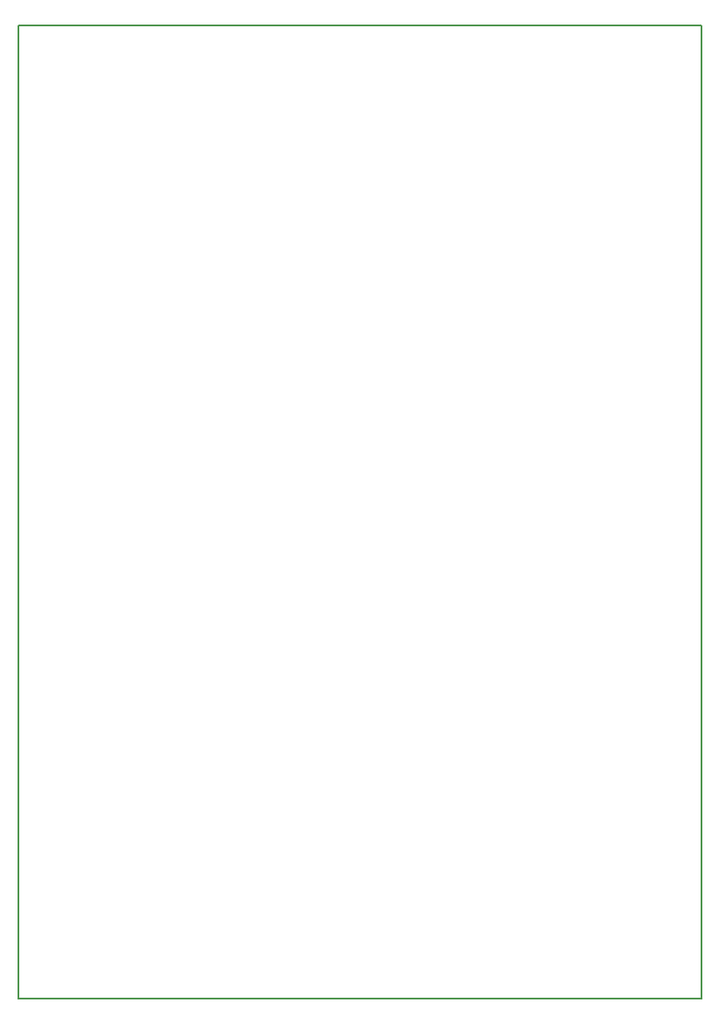
<source format=gbr>
G04 #@! TF.GenerationSoftware,KiCad,Pcbnew,(5.0.0-3-g5ebb6b6)*
G04 #@! TF.CreationDate,2019-04-23T02:19:09+01:00*
G04 #@! TF.ProjectId,Nucleo144AudioBreakout,4E75636C656F313434417564696F4272,RevA*
G04 #@! TF.SameCoordinates,Original*
G04 #@! TF.FileFunction,Profile,NP*
%FSLAX46Y46*%
G04 Gerber Fmt 4.6, Leading zero omitted, Abs format (unit mm)*
G04 Created by KiCad (PCBNEW (5.0.0-3-g5ebb6b6)) date Tuesday, 23 April 2019 at 02:19:09*
%MOMM*%
%LPD*%
G01*
G04 APERTURE LIST*
%ADD10C,0.200000*%
G04 APERTURE END LIST*
D10*
X134620000Y-85090000D02*
X68580000Y-85090000D01*
X134620000Y-179070000D02*
X134620000Y-85090000D01*
X68580000Y-179070000D02*
X134620000Y-179070000D01*
X68580000Y-85090000D02*
X68580000Y-179070000D01*
M02*

</source>
